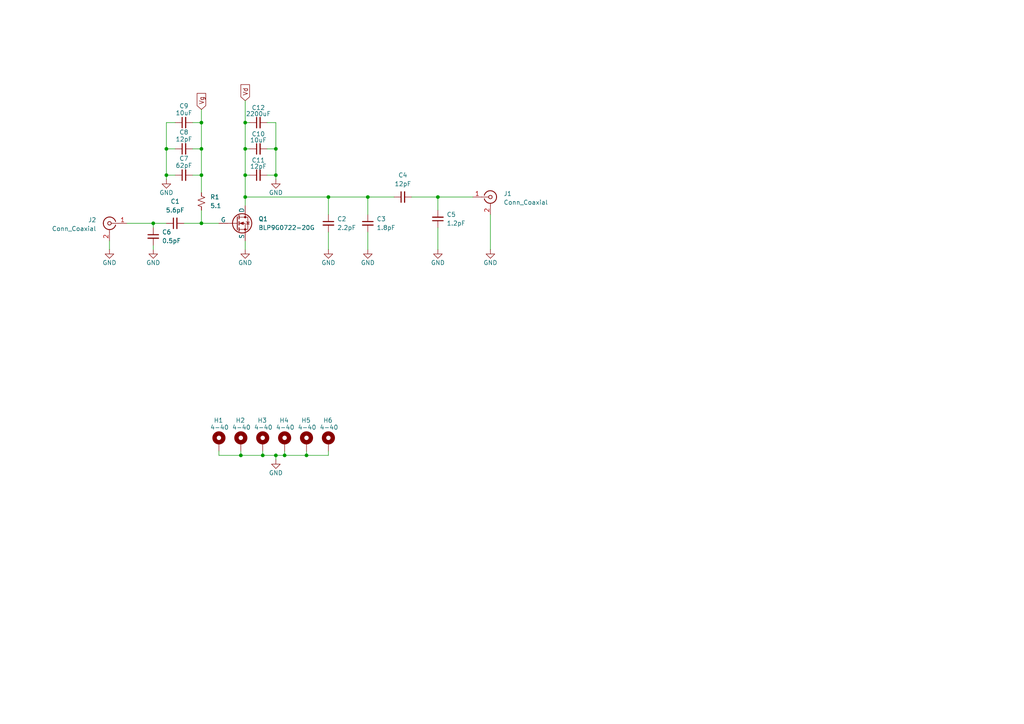
<source format=kicad_sch>
(kicad_sch (version 20231120) (generator "eeschema") (generator_version "8.0")
  (paper "A4")
  (title_block (title "S-Band 20W Amplifier") (date "2024-04-24") (rev "v1.0") (company "openEPR") (comment 1 "Timothy Keller"))
  (lib_symbols
    (symbol "Connector:Conn_Coaxial" (pin_names (offset 1.016) hide)
      (property "Reference" "J" (at 0.254 3.048 0))
      (property "Value" "Conn_Coaxial" (at 2.921 0 90))
      (symbol "Conn_Coaxial_0_1"
        (arc (start -1.778 -0.508) (mid 0.2311 -1.8066) (end 1.778 0) (stroke (width 0.254)))
        (polyline (pts (xy -2.54 0) (xy -0.508 0)))
        (polyline (pts (xy 0 -2.54) (xy 0 -1.778)))
        (circle (center 0 0) (radius 0.508) (stroke (width 0.2032)))
        (arc (start 1.778 0) (mid 0.2099 1.8101) (end -1.778 0.508) (stroke (width 0.254)))
      )
      (symbol "Conn_Coaxial_1_1"
        (pin passive line (at -5.08 0 0) (length 2.54) (name "In") (number "1"))
        (pin passive line (at 0 -5.08 90) (length 2.54) (name "Ext") (number "2"))
      )
    )
    (symbol "Device:C_Small" (pin_numbers hide) (pin_names (offset 0.254) hide)
      (property "Reference" "C" (at 0.254 1.778 0))
      (property "Value" "C_Small" (at 0.254 -2.032 0))
      (symbol "C_Small_0_1"
        (polyline (pts (xy -1.524 -0.508) (xy 1.524 -0.508)) (stroke (width 0.3302)))
        (polyline (pts (xy -1.524 0.508) (xy 1.524 0.508)) (stroke (width 0.3048)))
      )
      (symbol "C_Small_1_1"
        (pin passive line (at 0 2.54 270) (length 2.032) (name "~") (number "1"))
        (pin passive line (at 0 -2.54 90) (length 2.032) (name "~") (number "2"))
      )
    )
    (symbol "Device:R_Small_US" (pin_numbers hide) (pin_names (offset 0.254) hide)
      (property "Reference" "R" (at 0.762 0.508 0))
      (property "Value" "R_Small_US" (at 0.762 -1.016 0))
      (symbol "R_Small_US_1_1"
        (polyline (pts (xy 0 0) (xy 1.016 -0.381) (xy 0 -0.762) (xy -1.016 -1.143) (xy 0 -1.524)))
        (polyline (pts (xy 0 1.524) (xy 1.016 1.143) (xy 0 0.762) (xy -1.016 0.381) (xy 0 0)))
        (pin passive line (at 0 2.54 270) (length 1.016) (name "~") (number "1"))
        (pin passive line (at 0 -2.54 90) (length 1.016) (name "~") (number "2"))
      )
    )
    (symbol "Mechanical:MountingHole_Pad" (pin_numbers hide) (pin_names (offset 1.016) hide) (exclude_from_sim yes) (in_bom no)
      (property "Reference" "H" (at 0 6.35 0))
      (property "Value" "MountingHole_Pad" (at 0 4.445 0))
      (symbol "MountingHole_Pad_0_1"
        (circle (center 0 1.27) (radius 1.27) (stroke (width 1.27)))
      )
      (symbol "MountingHole_Pad_1_1"
        (pin input line (at 0 -2.54 90) (length 2.54) (name "1") (number "1"))
      )
    )
    (symbol "Simulation_SPICE:NMOS" (pin_numbers hide) (pin_names (offset 0))
      (property "Reference" "Q" (at 5.08 1.27 0))
      (property "Value" "NMOS" (at 5.08 -1.27 0))
      (symbol "NMOS_0_1"
        (polyline (pts (xy 0.254 0) (xy -2.54 0)))
        (polyline (pts (xy 0.254 1.905) (xy 0.254 -1.905)) (stroke (width 0.254)))
        (polyline (pts (xy 0.762 -1.27) (xy 0.762 -2.286)) (stroke (width 0.254)))
        (polyline (pts (xy 0.762 0.508) (xy 0.762 -0.508)) (stroke (width 0.254)))
        (polyline (pts (xy 0.762 2.286) (xy 0.762 1.27)) (stroke (width 0.254)))
        (polyline (pts (xy 2.54 2.54) (xy 2.54 1.778)))
        (polyline (pts (xy 2.54 -2.54) (xy 2.54 0) (xy 0.762 0)))
        (polyline (pts (xy 0.762 -1.778) (xy 3.302 -1.778) (xy 3.302 1.778) (xy 0.762 1.778)))
        (polyline (pts (xy 1.016 0) (xy 2.032 0.381) (xy 2.032 -0.381) (xy 1.016 0)) (fill (type outline)))
        (polyline (pts (xy 2.794 0.508) (xy 2.921 0.381) (xy 3.683 0.381) (xy 3.81 0.254)))
        (polyline (pts (xy 3.302 0.381) (xy 2.921 -0.254) (xy 3.683 -0.254) (xy 3.302 0.381)))
        (circle (center 1.651 0) (radius 2.794) (stroke (width 0.254)))
        (circle (center 2.54 -1.778) (radius 0.254) (fill (type outline)))
        (circle (center 2.54 1.778) (radius 0.254) (fill (type outline)))
      )
      (symbol "NMOS_1_1"
        (pin passive line (at 2.54 5.08 270) (length 2.54) (name "D") (number "1"))
        (pin input line (at -5.08 0 0) (length 2.54) (name "G") (number "2"))
        (pin passive line (at 2.54 -5.08 90) (length 2.54) (name "S") (number "3"))
      )
    )
    (symbol "power:GND" (power) (pin_numbers hide) (pin_names (offset 0) hide)
      (property "Value" "GND" (at 0 -3.81 0))
      (symbol "GND_0_1"
        (polyline (pts (xy 0 0) (xy 0 -1.27) (xy 1.27 -1.27) (xy 0 -2.54) (xy -1.27 -1.27) (xy 0 -1.27)))
      )
      (symbol "GND_1_1"
        (pin power_in line (at 0 0 270) (length 0) (name "~") (number "1"))
      )
    )
  )
  (junction (at 58.42 64.77))
  (junction (at 127 57.15))
  (junction (at 95.25 57.15))
  (junction (at 58.42 35.56))
  (junction (at 80.01 132.08))
  (junction (at 106.68 57.15))
  (junction (at 69.85 132.08))
  (junction (at 80.01 50.8))
  (junction (at 71.12 50.8))
  (junction (at 58.42 43.18))
  (junction (at 82.55 132.08))
  (junction (at 80.01 43.18))
  (junction (at 48.26 43.18))
  (junction (at 71.12 43.18))
  (junction (at 88.9 132.08))
  (junction (at 48.26 50.8))
  (junction (at 76.2 132.08))
  (junction (at 58.42 50.8))
  (junction (at 71.12 35.56))
  (junction (at 44.45 64.77))
  (junction (at 71.12 57.15))
  (wire (pts (xy 55.88 50.8) (xy 58.42 50.8)))
  (wire (pts (xy 77.47 35.56) (xy 80.01 35.56)))
  (wire (pts (xy 80.01 35.56) (xy 80.01 43.18)))
  (wire (pts (xy 88.9 132.08) (xy 82.55 132.08)))
  (wire (pts (xy 72.39 35.56) (xy 71.12 35.56)))
  (wire (pts (xy 48.26 35.56) (xy 48.26 43.18)))
  (wire (pts (xy 127 66.04) (xy 127 72.39)))
  (wire (pts (xy 80.01 50.8) (xy 77.47 50.8)))
  (wire (pts (xy 76.2 132.08) (xy 69.85 132.08)))
  (wire (pts (xy 48.26 43.18) (xy 48.26 50.8)))
  (wire (pts (xy 76.2 130.81) (xy 76.2 132.08)))
  (wire (pts (xy 80.01 132.08) (xy 80.01 133.35)))
  (wire (pts (xy 36.83 64.77) (xy 44.45 64.77)))
  (wire (pts (xy 69.85 132.08) (xy 63.5 132.08)))
  (wire (pts (xy 48.26 52.07) (xy 48.26 50.8)))
  (wire (pts (xy 71.12 59.69) (xy 71.12 57.15)))
  (wire (pts (xy 71.12 43.18) (xy 71.12 50.8)))
  (wire (pts (xy 80.01 43.18) (xy 80.01 50.8)))
  (wire (pts (xy 95.25 57.15) (xy 95.25 62.23)))
  (wire (pts (xy 50.8 35.56) (xy 48.26 35.56)))
  (wire (pts (xy 55.88 43.18) (xy 58.42 43.18)))
  (wire (pts (xy 95.25 67.31) (xy 95.25 72.39)))
  (wire (pts (xy 58.42 64.77) (xy 63.5 64.77)))
  (wire (pts (xy 88.9 130.81) (xy 88.9 132.08)))
  (wire (pts (xy 58.42 50.8) (xy 58.42 55.88)))
  (wire (pts (xy 71.12 57.15) (xy 95.25 57.15)))
  (wire (pts (xy 119.38 57.15) (xy 127 57.15)))
  (wire (pts (xy 106.68 57.15) (xy 95.25 57.15)))
  (wire (pts (xy 44.45 71.12) (xy 44.45 72.39)))
  (wire (pts (xy 142.24 62.23) (xy 142.24 72.39)))
  (wire (pts (xy 80.01 132.08) (xy 76.2 132.08)))
  (wire (pts (xy 31.75 69.85) (xy 31.75 72.39)))
  (wire (pts (xy 71.12 50.8) (xy 71.12 57.15)))
  (wire (pts (xy 106.68 62.23) (xy 106.68 57.15)))
  (wire (pts (xy 58.42 31.75) (xy 58.42 35.56)))
  (wire (pts (xy 72.39 43.18) (xy 71.12 43.18)))
  (wire (pts (xy 77.47 43.18) (xy 80.01 43.18)))
  (wire (pts (xy 69.85 130.81) (xy 69.85 132.08)))
  (wire (pts (xy 58.42 60.96) (xy 58.42 64.77)))
  (wire (pts (xy 71.12 29.21) (xy 71.12 35.56)))
  (wire (pts (xy 71.12 69.85) (xy 71.12 72.39)))
  (wire (pts (xy 95.25 130.81) (xy 95.25 132.08)))
  (wire (pts (xy 95.25 132.08) (xy 88.9 132.08)))
  (wire (pts (xy 106.68 57.15) (xy 114.3 57.15)))
  (wire (pts (xy 82.55 130.81) (xy 82.55 132.08)))
  (wire (pts (xy 63.5 130.81) (xy 63.5 132.08)))
  (wire (pts (xy 50.8 43.18) (xy 48.26 43.18)))
  (wire (pts (xy 106.68 67.31) (xy 106.68 72.39)))
  (wire (pts (xy 55.88 35.56) (xy 58.42 35.56)))
  (wire (pts (xy 58.42 35.56) (xy 58.42 43.18)))
  (wire (pts (xy 44.45 64.77) (xy 48.26 64.77)))
  (wire (pts (xy 127 57.15) (xy 137.16 57.15)))
  (wire (pts (xy 80.01 52.07) (xy 80.01 50.8)))
  (wire (pts (xy 48.26 50.8) (xy 50.8 50.8)))
  (wire (pts (xy 71.12 35.56) (xy 71.12 43.18)))
  (wire (pts (xy 58.42 43.18) (xy 58.42 50.8)))
  (wire (pts (xy 127 57.15) (xy 127 60.96)))
  (wire (pts (xy 58.42 64.77) (xy 53.34 64.77)))
  (wire (pts (xy 44.45 64.77) (xy 44.45 66.04)))
  (wire (pts (xy 82.55 132.08) (xy 80.01 132.08)))
  (wire (pts (xy 72.39 50.8) (xy 71.12 50.8)))
  (global_label "Vd" (shape input) (at 71.12 29.21 90) (property "Intersheetrefs" "${INTERSHEET_REFS}" (effects (hide yes))))
  (global_label "Vg" (shape input) (at 58.42 31.75 90) (property "Intersheetrefs" "${INTERSHEET_REFS}" (effects (hide yes))))
  (symbol (lib_id "Device:C_Small") (at 44.45 68.58 0) (unit 1)
    (property "Reference" "C6" (at 46.99 67.3162 0) (effects (justify left)))
    (property "Value" "0.5pF" (at 46.99 69.8562 0) (effects (justify left)))
    (property "Footprint" "Capacitor_SMD:C_0805_2012Metric" (effects (hide yes)))
    (property "Description" "Unpolarized capacitor, small symbol" (effects (hide yes)))
  )
  (symbol (lib_id "power:GND") (at 48.26 52.07 0) (unit 1)
    (property "Reference" "#PWR04" (effects (hide yes)))
    (property "Value" "GND" (at 48.26 55.88 0))
    (property "Description" "Power symbol creates a global label with name \"GND\" , ground" (effects (hide yes)))
  )
  (symbol (lib_id "power:GND") (at 80.01 52.07 0) (unit 1)
    (property "Reference" "#PWR06" (effects (hide yes)))
    (property "Value" "GND" (at 80.01 55.88 0))
    (property "Description" "Power symbol creates a global label with name \"GND\" , ground" (effects (hide yes)))
  )
  (symbol (lib_id "power:GND") (at 142.24 72.39 0) (unit 1)
    (property "Reference" "#PWR09" (effects (hide yes)))
    (property "Value" "GND" (at 142.24 76.2 0))
    (property "Description" "Power symbol creates a global label with name \"GND\" , ground" (effects (hide yes)))
  )
  (symbol (lib_id "Device:R_Small_US") (at 58.42 58.42 0) (unit 1)
    (property "Reference" "R1" (at 60.96 57.1499 0) (effects (justify left)))
    (property "Value" "5.1" (at 60.96 59.6899 0) (effects (justify left)))
    (property "Footprint" "Resistor_SMD:R_0805_2012Metric" (effects (hide yes)))
    (property "Description" "Resistor, small US symbol" (effects (hide yes)))
  )
  (symbol (lib_id "Device:C_Small") (at 127 63.5 180) (unit 1)
    (property "Reference" "C5" (at 129.54 62.2235 0) (effects (justify right)))
    (property "Value" "1.2pF" (at 129.54 64.7635 0) (effects (justify right)))
    (property "Footprint" "Capacitor_SMD:C_0805_2012Metric" (effects (hide yes)))
    (property "Description" "Unpolarized capacitor, small symbol" (effects (hide yes)))
  )
  (symbol (lib_id "power:GND") (at 44.45 72.39 0) (unit 1)
    (property "Reference" "#PWR03" (effects (hide yes)))
    (property "Value" "GND" (at 44.45 76.2 0))
    (property "Description" "Power symbol creates a global label with name \"GND\" , ground" (effects (hide yes)))
  )
  (symbol (lib_id "power:GND") (at 71.12 72.39 0) (unit 1)
    (property "Reference" "#PWR01" (effects (hide yes)))
    (property "Value" "GND" (at 71.12 76.2 0))
    (property "Description" "Power symbol creates a global label with name \"GND\" , ground" (effects (hide yes)))
  )
  (symbol (lib_id "Mechanical:MountingHole_Pad") (at 76.2 128.27 0) (unit 1) (exclude_from_sim yes) (in_bom no)
    (property "Reference" "H3" (at 74.676 121.92 0) (effects (justify left)))
    (property "Value" "4-40" (at 73.66 123.952 0) (effects (justify left)))
    (property "Footprint" "B12T_MountingHole:4-40_Hole_Pad" (effects (hide yes)))
    (property "Description" "Mounting Hole with connection" (effects (hide yes)))
  )
  (symbol (lib_id "Device:C_Small") (at 74.93 50.8 90) (unit 1)
    (property "Reference" "C11" (at 74.93 46.482 90))
    (property "Value" "12pF" (at 74.93 48.26 90))
    (property "Footprint" "Capacitor_SMD:C_0805_2012Metric" (effects (hide yes)))
    (property "Description" "Unpolarized capacitor, small symbol" (effects (hide yes)))
  )
  (symbol (lib_id "Simulation_SPICE:NMOS") (at 68.58 64.77 0) (unit 1)
    (property "Reference" "Q1" (at 74.93 63.4999 0) (effects (justify left)))
    (property "Value" "BLP9G0722-20G" (at 74.93 66.0399 0) (effects (justify left)))
    (property "Datasheet" "https://ngspice.sourceforge.io/docs/ngspice-html-manual/manual.xhtml#cha_MOSFETs" (effects (hide yes)))
    (property "Description" "N-MOSFET transistor, drain/source/gate" (effects (hide yes)))
    (property "Sim.Device" "NMOS" (effects (hide yes)))
    (property "Sim.Type" "VDMOS" (effects (hide yes)))
    (property "Sim.Pins" "1=D 2=G 3=S" (effects (hide yes)))
  )
  (symbol (lib_id "power:GND") (at 127 72.39 0) (unit 1)
    (property "Reference" "#PWR08" (effects (hide yes)))
    (property "Value" "GND" (at 127 76.2 0))
    (property "Description" "Power symbol creates a global label with name \"GND\" , ground" (effects (hide yes)))
  )
  (symbol (lib_id "Mechanical:MountingHole_Pad") (at 63.5 128.27 0) (unit 1) (exclude_from_sim yes) (in_bom no)
    (property "Reference" "H1" (at 61.976 121.92 0) (effects (justify left)))
    (property "Value" "4-40" (at 60.96 123.952 0) (effects (justify left)))
    (property "Footprint" "B12T_MountingHole:4-40_Hole_Pad" (effects (hide yes)))
    (property "Description" "Mounting Hole with connection" (effects (hide yes)))
  )
  (symbol (lib_id "Mechanical:MountingHole_Pad") (at 95.25 128.27 0) (unit 1) (exclude_from_sim yes) (in_bom no)
    (property "Reference" "H6" (at 93.726 121.92 0) (effects (justify left)))
    (property "Value" "4-40" (at 92.71 123.952 0) (effects (justify left)))
    (property "Footprint" "B12T_MountingHole:4-40_Hole_Pad" (effects (hide yes)))
    (property "Description" "Mounting Hole with connection" (effects (hide yes)))
  )
  (symbol (lib_id "Device:C_Small") (at 53.34 50.8 90) (unit 1)
    (property "Reference" "C7" (at 53.34 45.974 90))
    (property "Value" "62pF" (at 53.34 48.006 90))
    (property "Footprint" "Capacitor_SMD:C_0805_2012Metric" (effects (hide yes)))
    (property "Description" "Unpolarized capacitor, small symbol" (effects (hide yes)))
  )
  (symbol (lib_id "power:GND") (at 95.25 72.39 0) (unit 1)
    (property "Reference" "#PWR05" (effects (hide yes)))
    (property "Value" "GND" (at 95.25 76.2 0))
    (property "Description" "Power symbol creates a global label with name \"GND\" , ground" (effects (hide yes)))
  )
  (symbol (lib_id "Connector:Conn_Coaxial") (at 142.24 57.15 0) (unit 1)
    (property "Reference" "J1" (at 146.05 56.1731 0) (effects (justify left)))
    (property "Value" "Conn_Coaxial" (at 146.05 58.7131 0) (effects (justify left)))
    (property "Footprint" "Connector_Coaxial:SMA_Samtec_SMA-J-P-X-ST-EM1_EdgeMount" (effects (hide yes)))
    (property "Datasheet" " ~" (effects (hide yes)))
    (property "Description" "coaxial connector (BNC, SMA, SMB, SMC, Cinch/RCA, LEMO, ...)" (effects (hide yes)))
  )
  (symbol (lib_id "Mechanical:MountingHole_Pad") (at 82.55 128.27 0) (unit 1) (exclude_from_sim yes) (in_bom no)
    (property "Reference" "H4" (at 81.026 121.92 0) (effects (justify left)))
    (property "Value" "4-40" (at 80.01 123.952 0) (effects (justify left)))
    (property "Footprint" "B12T_MountingHole:4-40_Hole_Pad" (effects (hide yes)))
    (property "Description" "Mounting Hole with connection" (effects (hide yes)))
  )
  (symbol (lib_id "Device:C_Small") (at 74.93 35.56 90) (unit 1)
    (property "Reference" "C12" (at 74.93 31.242 90))
    (property "Value" "2200uF" (at 74.93 33.02 90))
    (property "Description" "Unpolarized capacitor, small symbol" (effects (hide yes)))
  )
  (symbol (lib_id "Device:C_Small") (at 95.25 64.77 0) (unit 1)
    (property "Reference" "C2" (at 97.79 63.5062 0) (effects (justify left)))
    (property "Value" "2.2pF" (at 97.79 66.0462 0) (effects (justify left)))
    (property "Footprint" "Capacitor_SMD:C_0805_2012Metric" (effects (hide yes)))
    (property "Description" "Unpolarized capacitor, small symbol" (effects (hide yes)))
  )
  (symbol (lib_id "power:GND") (at 80.01 133.35 0) (unit 1)
    (property "Reference" "#PWR010" (effects (hide yes)))
    (property "Value" "GND" (at 80.01 137.16 0))
    (property "Description" "Power symbol creates a global label with name \"GND\" , ground" (effects (hide yes)))
  )
  (symbol (lib_id "Mechanical:MountingHole_Pad") (at 88.9 128.27 0) (unit 1) (exclude_from_sim yes) (in_bom no)
    (property "Reference" "H5" (at 87.376 121.92 0) (effects (justify left)))
    (property "Value" "4-40" (at 86.36 123.952 0) (effects (justify left)))
    (property "Footprint" "B12T_MountingHole:4-40_Hole_Pad" (effects (hide yes)))
    (property "Description" "Mounting Hole with connection" (effects (hide yes)))
  )
  (symbol (lib_id "Device:C_Small") (at 53.34 35.56 90) (unit 1)
    (property "Reference" "C9" (at 53.34 30.734 90))
    (property "Value" "10uF" (at 53.34 32.766 90))
    (property "Footprint" "Capacitor_SMD:C_1210_3225Metric" (effects (hide yes)))
    (property "Description" "Unpolarized capacitor, small symbol" (effects (hide yes)))
  )
  (symbol (lib_id "Mechanical:MountingHole_Pad") (at 69.85 128.27 0) (unit 1) (exclude_from_sim yes) (in_bom no)
    (property "Reference" "H2" (at 68.326 121.92 0) (effects (justify left)))
    (property "Value" "4-40" (at 67.31 123.952 0) (effects (justify left)))
    (property "Footprint" "B12T_MountingHole:4-40_Hole_Pad" (effects (hide yes)))
    (property "Description" "Mounting Hole with connection" (effects (hide yes)))
  )
  (symbol (lib_id "power:GND") (at 106.68 72.39 0) (unit 1)
    (property "Reference" "#PWR07" (effects (hide yes)))
    (property "Value" "GND" (at 106.68 76.2 0))
    (property "Description" "Power symbol creates a global label with name \"GND\" , ground" (effects (hide yes)))
  )
  (symbol (lib_id "Device:C_Small") (at 53.34 43.18 90) (unit 1)
    (property "Reference" "C8" (at 53.34 38.354 90))
    (property "Value" "12pF" (at 53.34 40.386 90))
    (property "Footprint" "Capacitor_SMD:C_0805_2012Metric" (effects (hide yes)))
    (property "Description" "Unpolarized capacitor, small symbol" (effects (hide yes)))
  )
  (symbol (lib_id "Device:C_Small") (at 106.68 64.77 0) (unit 1)
    (property "Reference" "C3" (at 109.22 63.5062 0) (effects (justify left)))
    (property "Value" "1.8pF" (at 109.22 66.0462 0) (effects (justify left)))
    (property "Footprint" "Capacitor_SMD:C_0805_2012Metric" (effects (hide yes)))
    (property "Description" "Unpolarized capacitor, small symbol" (effects (hide yes)))
  )
  (symbol (lib_id "power:GND") (at 31.75 72.39 0) (unit 1)
    (property "Reference" "#PWR02" (effects (hide yes)))
    (property "Value" "GND" (at 31.75 76.2 0))
    (property "Description" "Power symbol creates a global label with name \"GND\" , ground" (effects (hide yes)))
  )
  (symbol (lib_id "Device:C_Small") (at 50.8 64.77 90) (unit 1)
    (property "Reference" "C1" (at 50.8063 58.42 90))
    (property "Value" "5.6pF" (at 50.8063 60.96 90))
    (property "Footprint" "Capacitor_SMD:C_0805_2012Metric" (effects (hide yes)))
    (property "Description" "Unpolarized capacitor, small symbol" (effects (hide yes)))
  )
  (symbol (lib_id "Device:C_Small") (at 74.93 43.18 90) (unit 1)
    (property "Reference" "C10" (at 74.93 38.862 90))
    (property "Value" "10uF" (at 74.93 40.64 90))
    (property "Footprint" "Capacitor_SMD:C_1210_3225Metric" (effects (hide yes)))
    (property "Description" "Unpolarized capacitor, small symbol" (effects (hide yes)))
  )
  (symbol (lib_id "Device:C_Small") (at 116.84 57.15 90) (unit 1)
    (property "Reference" "C4" (at 116.8463 50.8 90))
    (property "Value" "12pF" (at 116.8463 53.34 90))
    (property "Footprint" "Capacitor_SMD:C_0805_2012Metric" (effects (hide yes)))
    (property "Description" "Unpolarized capacitor, small symbol" (effects (hide yes)))
  )
  (symbol (lib_id "Connector:Conn_Coaxial") (at 31.75 64.77 0) (mirror y) (unit 1)
    (property "Reference" "J2" (at 27.94 63.7931 0) (effects (justify left)))
    (property "Value" "Conn_Coaxial" (at 27.94 66.3331 0) (effects (justify left)))
    (property "Footprint" "Connector_Coaxial:SMA_Samtec_SMA-J-P-X-ST-EM1_EdgeMount" (effects (hide yes)))
    (property "Datasheet" " ~" (effects (hide yes)))
    (property "Description" "coaxial connector (BNC, SMA, SMB, SMC, Cinch/RCA, LEMO, ...)" (effects (hide yes)))
  )
)
</source>
